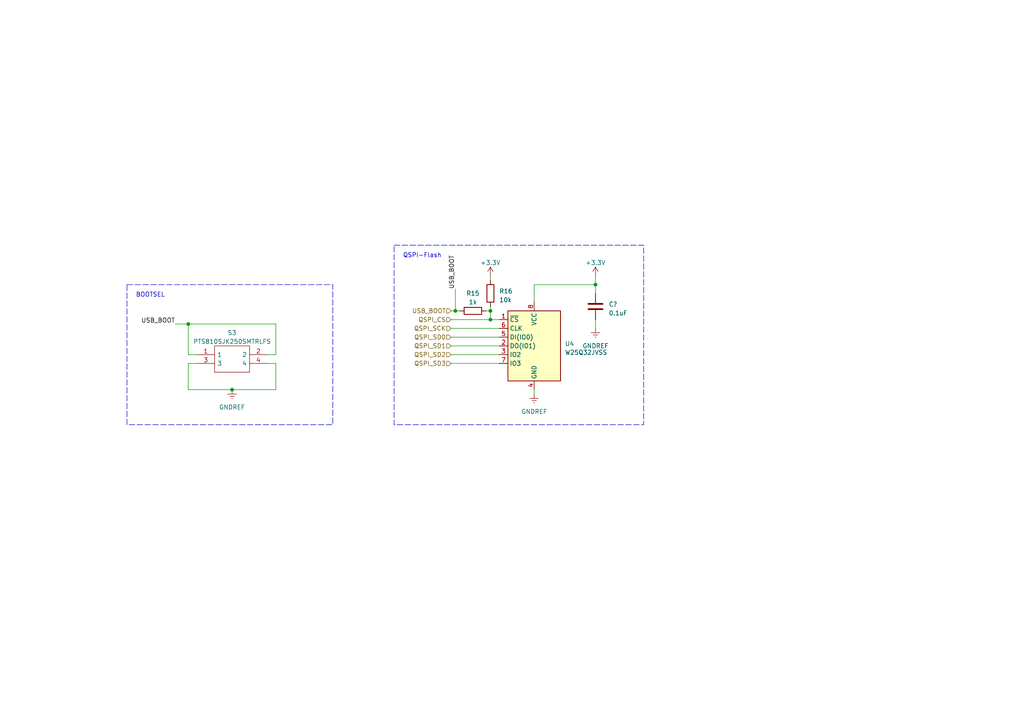
<source format=kicad_sch>
(kicad_sch (version 20230121) (generator eeschema)
  (paper "A4")
  (lib_symbols
    (symbol "Device:C" (pin_numbers hide) (pin_names (offset 0.254))
      (property "Reference" "C" (at 0.635 2.54 0))
      (property "Value" "C" (at 0.635 -2.54 0))
      (symbol "C_0_1"
        (polyline (pts (xy -2.032 -0.762) (xy 2.032 -0.762)) (stroke (width 0.508)))
        (polyline (pts (xy -2.032 0.762) (xy 2.032 0.762)) (stroke (width 0.508)))
      )
      (symbol "C_1_1"
        (pin passive line (at 0 3.81 270) (length 2.794) (name "~") (number "1"))
        (pin passive line (at 0 -3.81 90) (length 2.794) (name "~") (number "2"))
      )
    )
    (symbol "Device:R" (pin_numbers hide) (pin_names (offset 0))
      (property "Reference" "R" (at 2.032 0 90))
      (property "Value" "R" (at 0 0 90))
      (symbol "R_0_1"
        (rectangle (start -1.016 -2.54) (end 1.016 2.54) (stroke (width 0.254)))
      )
      (symbol "R_1_1"
        (pin passive line (at 0 3.81 270) (length 1.27) (name "~") (number "1"))
        (pin passive line (at 0 -3.81 90) (length 1.27) (name "~") (number "2"))
      )
    )
    (symbol "Memory_Flash:W25Q32JVSS"
      (property "Reference" "U" (at -6.35 11.43 0))
      (property "Value" "W25Q32JVSS" (at 7.62 11.43 0))
      (symbol "W25Q32JVSS_0_1"
        (rectangle (start -7.62 10.16) (end 7.62 -10.16) (stroke (width 0.254)) (fill (type background)))
      )
      (symbol "W25Q32JVSS_1_1"
        (pin input line (at -10.16 7.62 0) (length 2.54) (name "~{CS}") (number "1"))
        (pin bidirectional line (at -10.16 0 0) (length 2.54) (name "DO(IO1)") (number "2"))
        (pin bidirectional line (at -10.16 -2.54 0) (length 2.54) (name "IO2") (number "3"))
        (pin power_in line (at 0 -12.7 90) (length 2.54) (name "GND") (number "4"))
        (pin bidirectional line (at -10.16 2.54 0) (length 2.54) (name "DI(IO0)") (number "5"))
        (pin input line (at -10.16 5.08 0) (length 2.54) (name "CLK") (number "6"))
        (pin bidirectional line (at -10.16 -5.08 0) (length 2.54) (name "IO3") (number "7"))
        (pin power_in line (at 0 12.7 270) (length 2.54) (name "VCC") (number "8"))
      )
    )
    (symbol "SamacSys_Parts:PTS810SJK250SMTRLFS" (pin_names (offset 0.762))
      (property "Reference" "S" (at 16.51 7.62 0))
      (property "Value" "PTS810SJK250SMTRLFS" (at 16.51 5.08 0))
      (symbol "PTS810SJK250SMTRLFS_0_0"
        (pin passive line (at 0 0 0) (length 5.08) (name "1") (number "1"))
        (pin passive line (at 20.32 0 180) (length 5.08) (name "2") (number "2"))
        (pin passive line (at 0 -2.54 0) (length 5.08) (name "3") (number "3"))
        (pin passive line (at 20.32 -2.54 180) (length 5.08) (name "4") (number "4"))
      )
      (symbol "PTS810SJK250SMTRLFS_0_1"
        (polyline (pts (xy 5.08 2.54) (xy 15.24 2.54) (xy 15.24 -5.08) (xy 5.08 -5.08) (xy 5.08 2.54)) (stroke (width 0.1524)))
      )
    )
    (symbol "power:+3.3V" (power) (pin_names (offset 0))
      (property "Value" "+3.3V" (at 0 3.556 0))
      (symbol "+3.3V_0_1"
        (polyline (pts (xy -0.762 1.27) (xy 0 2.54)))
        (polyline (pts (xy 0 0) (xy 0 2.54)))
        (polyline (pts (xy 0 2.54) (xy 0.762 1.27)))
      )
      (symbol "+3.3V_1_1"
        (pin power_in line (at 0 0 90) (length 0) hide (name "+3.3V") (number "1"))
      )
    )
    (symbol "power:GNDREF" (power) (pin_names (offset 0))
      (property "Value" "GNDREF" (at 0 -3.81 0))
      (symbol "GNDREF_0_1"
        (polyline (pts (xy -0.635 -1.905) (xy 0.635 -1.905)))
        (polyline (pts (xy -0.127 -2.54) (xy 0.127 -2.54)))
        (polyline (pts (xy 0 -1.27) (xy 0 0)))
        (polyline (pts (xy 1.27 -1.27) (xy -1.27 -1.27)))
      )
      (symbol "GNDREF_1_1"
        (pin power_in line (at 0 0 270) (length 0) hide (name "GNDREF") (number "1"))
      )
    )
  )
  (junction (at 67.31 113.03))
  (junction (at 54.61 93.98))
  (junction (at 132.08 90.17))
  (junction (at 142.24 92.71))
  (junction (at 172.72 82.55))
  (junction (at 142.24 90.17))
  (wire (pts (xy 172.72 92.71) (xy 172.72 95.25)))
  (wire (pts (xy 132.08 90.17) (xy 130.81 90.17)))
  (wire (pts (xy 154.94 114.3) (xy 154.94 113.03)))
  (wire (pts (xy 172.72 80.01) (xy 172.72 82.55)))
  (wire (pts (xy 130.81 92.71) (xy 142.24 92.71)))
  (wire (pts (xy 54.61 105.41) (xy 54.61 113.03)))
  (wire (pts (xy 130.81 102.87) (xy 144.78 102.87)))
  (wire (pts (xy 80.01 93.98) (xy 54.61 93.98)))
  (wire (pts (xy 142.24 88.9) (xy 142.24 90.17)))
  (wire (pts (xy 140.97 90.17) (xy 142.24 90.17)))
  (wire (pts (xy 154.94 87.63) (xy 154.94 82.55)))
  (wire (pts (xy 80.01 105.41) (xy 80.01 113.03)))
  (wire (pts (xy 130.81 95.25) (xy 144.78 95.25)))
  (wire (pts (xy 77.47 102.87) (xy 80.01 102.87)))
  (wire (pts (xy 132.08 90.17) (xy 133.35 90.17)))
  (wire (pts (xy 172.72 82.55) (xy 172.72 85.09)))
  (wire (pts (xy 57.15 105.41) (xy 54.61 105.41)))
  (wire (pts (xy 130.81 97.79) (xy 144.78 97.79)))
  (wire (pts (xy 77.47 105.41) (xy 80.01 105.41)))
  (wire (pts (xy 154.94 82.55) (xy 172.72 82.55)))
  (wire (pts (xy 142.24 92.71) (xy 144.78 92.71)))
  (wire (pts (xy 130.81 100.33) (xy 144.78 100.33)))
  (wire (pts (xy 130.81 105.41) (xy 144.78 105.41)))
  (wire (pts (xy 80.01 102.87) (xy 80.01 93.98)))
  (wire (pts (xy 54.61 93.98) (xy 54.61 102.87)))
  (wire (pts (xy 80.01 113.03) (xy 67.31 113.03)))
  (wire (pts (xy 50.8 93.98) (xy 54.61 93.98)))
  (wire (pts (xy 132.08 83.82) (xy 132.08 90.17)))
  (wire (pts (xy 142.24 80.01) (xy 142.24 81.28)))
  (wire (pts (xy 142.24 90.17) (xy 142.24 92.71)))
  (wire (pts (xy 54.61 113.03) (xy 67.31 113.03)))
  (wire (pts (xy 54.61 102.87) (xy 57.15 102.87)))
  (rectangle (start 36.83 82.55) (end 96.52 123.19) (stroke (width 0) (type dash)))
  (rectangle (start 114.3 71.12) (end 186.69 123.19) (stroke (width 0) (type dash)))
  (text "QSPI-Flash" (at 116.84 74.93 0) (effects (font (size 1.27 1.27)) (justify left bottom)))
  (text "BOOTSEL" (at 39.37 86.36 0) (effects (font (size 1.27 1.27)) (justify left bottom)))
  (label "USB_BOOT" (at 50.8 93.98 180))
  (label "USB_BOOT" (at 132.08 83.82 90))
  (hierarchical_label "QSPI_SD0" (shape input) (at 130.81 97.79 180))
  (hierarchical_label "QSPI_SCK" (shape input) (at 130.81 95.25 180))
  (hierarchical_label "QSPI_SD1" (shape input) (at 130.81 100.33 180))
  (hierarchical_label "QSPI_SD3" (shape input) (at 130.81 105.41 180))
  (hierarchical_label "USB_BOOT" (shape input) (at 130.81 90.17 180))
  (hierarchical_label "QSPI_SD2" (shape input) (at 130.81 102.87 180))
  (hierarchical_label "QSPI_CS" (shape input) (at 130.81 92.71 180))
  (symbol (lib_id "Device:R") (at 142.24 85.09 0) (unit 1)
    (property "Reference" "R16" (at 144.78 84.455 0) (effects (justify left)))
    (property "Value" "10k" (at 144.78 86.995 0) (effects (justify left)))
    (property "Footprint" "Resistor_SMD:R_0603_1608Metric_Pad0.98x0.95mm_HandSolder" (effects hide))
  )
  (symbol (lib_id "Device:C") (at 172.72 88.9 0) (unit 1)
    (property "Reference" "C?" (at 176.53 88.265 0) (effects (justify left)))
    (property "Value" "0.1uF" (at 176.53 90.805 0) (effects (justify left)))
    (property "Footprint" "Capacitor_SMD:C_0603_1608Metric_Pad1.08x0.95mm_HandSolder" (effects hide))
    (instances (project "Lightmeter" (path "" (reference "C?") (unit 1)) (path "" (reference "C21") (unit 1))))
  )
  (symbol (lib_id "Memory_Flash:W25Q32JVSS") (at 154.94 100.33 0) (unit 1)
    (property "Reference" "U4" (at 163.83 99.695 0) (effects (justify left)))
    (property "Value" "W25Q32JVSS" (at 163.83 102.235 0) (effects (justify left)))
    (property "Footprint" "Package_SO:SOIC-8_5.23x5.23mm_P1.27mm" (effects hide))
    (property "Datasheet" "http://www.winbond.com/resource-files/w25q32jv%20revg%2003272018%20plus.pdf" (effects hide))
  )
  (symbol (lib_id "Device:R") (at 137.16 90.17 90) (unit 1)
    (property "Reference" "R15" (at 137.16 85.09 90))
    (property "Value" "1k" (at 137.16 87.63 90))
    (property "Footprint" "Resistor_SMD:R_0603_1608Metric_Pad0.98x0.95mm_HandSolder" (effects hide))
  )
  (symbol (lib_id "power:GNDREF") (at 154.94 114.3 0) (unit 1)
    (property "Reference" "#PWR044" (effects hide))
    (property "Value" "GNDREF" (at 154.94 119.38 0))
  )
  (symbol (lib_id "power:GNDREF") (at 67.31 113.03 0) (unit 1)
    (property "Reference" "#PWR042" (effects hide))
    (property "Value" "GNDREF" (at 67.31 118.11 0))
  )
  (symbol (lib_id "SamacSys_Parts:PTS810SJK250SMTRLFS") (at 57.15 102.87 0) (unit 1)
    (property "Reference" "S3" (at 67.31 96.52 0))
    (property "Value" "PTS810SJK250SMTRLFS" (at 67.31 99.06 0))
    (property "Footprint" "PTS810SJG250SMTRLFS" (effects hide))
    (property "Datasheet" "https://www.ckswitches.com/media/1476/pts810.pdf" (effects hide))
    (property "Description" "IP40 Black Button Tactile Switch, SPST-NO 50 mA 3mm Surface Mount" (effects hide))
    (property "Manufacturer_Name" "C & K COMPONENTS" (effects hide))
    (property "Manufacturer_Part_Number" "PTS810SJK250SMTRLFS" (effects hide))
    (property "Mouser Part Number" "611-PTS810SJK250SMTR" (effects hide))
    (property "Mouser Price/Stock" "https://www.mouser.co.uk/ProductDetail/CK/PTS810SJK250SMTRLFS?qs=UxeAxwACbqlfHzoZSrW3%2Fw%3D%3D" (effects hide))
  )
  (symbol (lib_id "power:+3.3V") (at 142.24 80.01 0) (unit 1)
    (property "Reference" "#PWR043" (effects hide))
    (property "Value" "+3.3V" (at 142.24 76.2 0))
  )
  (symbol (lib_id "power:+3.3V") (at 172.72 80.01 0) (unit 1)
    (property "Reference" "#PWR045" (effects hide))
    (property "Value" "+3.3V" (at 172.72 76.2 0))
  )
  (symbol (lib_id "power:GNDREF") (at 172.72 95.25 0) (unit 1)
    (property "Reference" "#PWR046" (effects hide))
    (property "Value" "GNDREF" (at 172.72 100.33 0))
  )
)
</source>
